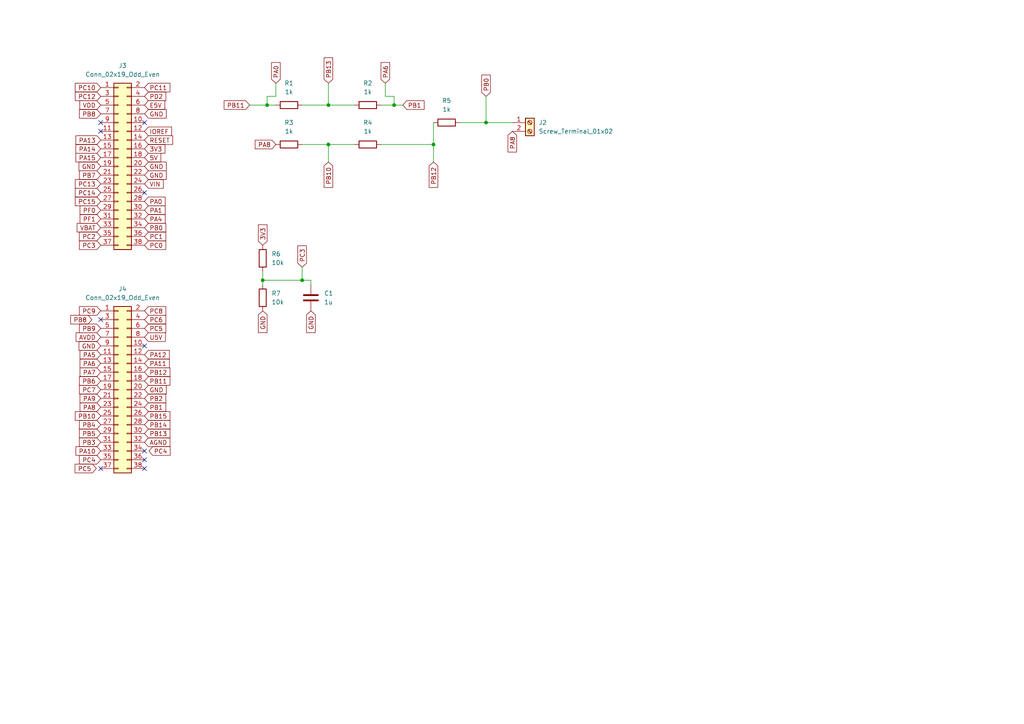
<source format=kicad_sch>
(kicad_sch (version 20231120) (generator "eeschema") (generator_version "8.0")
  (paper "A4")
  (lib_symbols
    (symbol "Connector:Screw_Terminal_01x02" (pin_names (offset 1.016) hide)
      (property "Reference" "J" (at 0 2.54 0))
      (property "Value" "Screw_Terminal_01x02" (at 0 -5.08 0))
      (symbol "Screw_Terminal_01x02_1_1"
        (rectangle (start -1.27 1.27) (end 1.27 -3.81) (stroke (width 0.254)) (fill (type background)))
        (circle (center 0 -2.54) (radius 0.635) (stroke (width 0.1524)))
        (polyline (pts (xy -0.5334 -2.2098) (xy 0.3302 -3.048)) (stroke (width 0.1524)))
        (polyline (pts (xy -0.5334 0.3302) (xy 0.3302 -0.508)) (stroke (width 0.1524)))
        (polyline (pts (xy -0.3556 -2.032) (xy 0.508 -2.8702)) (stroke (width 0.1524)))
        (polyline (pts (xy -0.3556 0.508) (xy 0.508 -0.3302)) (stroke (width 0.1524)))
        (circle (center 0 0) (radius 0.635) (stroke (width 0.1524)))
        (pin passive line (at -5.08 0 0) (length 3.81) (name "Pin_1") (number "1"))
        (pin passive line (at -5.08 -2.54 0) (length 3.81) (name "Pin_2") (number "2"))
      )
    )
    (symbol "Connector_Generic:Conn_02x19_Odd_Even" (pin_names (offset 1.016) hide)
      (property "Reference" "J" (at 1.27 25.4 0))
      (property "Value" "Conn_02x19_Odd_Even" (at 1.27 -25.4 0))
      (symbol "Conn_02x19_Odd_Even_1_1"
        (rectangle (start -1.27 -22.733) (end 0 -22.987) (stroke (width 0.1524)))
        (rectangle (start -1.27 -20.193) (end 0 -20.447) (stroke (width 0.1524)))
        (rectangle (start -1.27 -17.653) (end 0 -17.907) (stroke (width 0.1524)))
        (rectangle (start -1.27 -15.113) (end 0 -15.367) (stroke (width 0.1524)))
        (rectangle (start -1.27 -12.573) (end 0 -12.827) (stroke (width 0.1524)))
        (rectangle (start -1.27 -10.033) (end 0 -10.287) (stroke (width 0.1524)))
        (rectangle (start -1.27 -7.493) (end 0 -7.747) (stroke (width 0.1524)))
        (rectangle (start -1.27 -4.953) (end 0 -5.207) (stroke (width 0.1524)))
        (rectangle (start -1.27 -2.413) (end 0 -2.667) (stroke (width 0.1524)))
        (rectangle (start -1.27 0.127) (end 0 -0.127) (stroke (width 0.1524)))
        (rectangle (start -1.27 2.667) (end 0 2.413) (stroke (width 0.1524)))
        (rectangle (start -1.27 5.207) (end 0 4.953) (stroke (width 0.1524)))
        (rectangle (start -1.27 7.747) (end 0 7.493) (stroke (width 0.1524)))
        (rectangle (start -1.27 10.287) (end 0 10.033) (stroke (width 0.1524)))
        (rectangle (start -1.27 12.827) (end 0 12.573) (stroke (width 0.1524)))
        (rectangle (start -1.27 15.367) (end 0 15.113) (stroke (width 0.1524)))
        (rectangle (start -1.27 17.907) (end 0 17.653) (stroke (width 0.1524)))
        (rectangle (start -1.27 20.447) (end 0 20.193) (stroke (width 0.1524)))
        (rectangle (start -1.27 22.987) (end 0 22.733) (stroke (width 0.1524)))
        (rectangle (start -1.27 24.13) (end 3.81 -24.13) (stroke (width 0.254)) (fill (type background)))
        (rectangle (start 3.81 -22.733) (end 2.54 -22.987) (stroke (width 0.1524)))
        (rectangle (start 3.81 -20.193) (end 2.54 -20.447) (stroke (width 0.1524)))
        (rectangle (start 3.81 -17.653) (end 2.54 -17.907) (stroke (width 0.1524)))
        (rectangle (start 3.81 -15.113) (end 2.54 -15.367) (stroke (width 0.1524)))
        (rectangle (start 3.81 -12.573) (end 2.54 -12.827) (stroke (width 0.1524)))
        (rectangle (start 3.81 -10.033) (end 2.54 -10.287) (stroke (width 0.1524)))
        (rectangle (start 3.81 -7.493) (end 2.54 -7.747) (stroke (width 0.1524)))
        (rectangle (start 3.81 -4.953) (end 2.54 -5.207) (stroke (width 0.1524)))
        (rectangle (start 3.81 -2.413) (end 2.54 -2.667) (stroke (width 0.1524)))
        (rectangle (start 3.81 0.127) (end 2.54 -0.127) (stroke (width 0.1524)))
        (rectangle (start 3.81 2.667) (end 2.54 2.413) (stroke (width 0.1524)))
        (rectangle (start 3.81 5.207) (end 2.54 4.953) (stroke (width 0.1524)))
        (rectangle (start 3.81 7.747) (end 2.54 7.493) (stroke (width 0.1524)))
        (rectangle (start 3.81 10.287) (end 2.54 10.033) (stroke (width 0.1524)))
        (rectangle (start 3.81 12.827) (end 2.54 12.573) (stroke (width 0.1524)))
        (rectangle (start 3.81 15.367) (end 2.54 15.113) (stroke (width 0.1524)))
        (rectangle (start 3.81 17.907) (end 2.54 17.653) (stroke (width 0.1524)))
        (rectangle (start 3.81 20.447) (end 2.54 20.193) (stroke (width 0.1524)))
        (rectangle (start 3.81 22.987) (end 2.54 22.733) (stroke (width 0.1524)))
        (pin passive line (at -5.08 22.86 0) (length 3.81) (name "Pin_1") (number "1"))
        (pin passive line (at 7.62 12.7 180) (length 3.81) (name "Pin_10") (number "10"))
        (pin passive line (at -5.08 10.16 0) (length 3.81) (name "Pin_11") (number "11"))
        (pin passive line (at 7.62 10.16 180) (length 3.81) (name "Pin_12") (number "12"))
        (pin passive line (at -5.08 7.62 0) (length 3.81) (name "Pin_13") (number "13"))
        (pin passive line (at 7.62 7.62 180) (length 3.81) (name "Pin_14") (number "14"))
        (pin passive line (at -5.08 5.08 0) (length 3.81) (name "Pin_15") (number "15"))
        (pin passive line (at 7.62 5.08 180) (length 3.81) (name "Pin_16") (number "16"))
        (pin passive line (at -5.08 2.54 0) (length 3.81) (name "Pin_17") (number "17"))
        (pin passive line (at 7.62 2.54 180) (length 3.81) (name "Pin_18") (number "18"))
        (pin passive line (at -5.08 0 0) (length 3.81) (name "Pin_19") (number "19"))
        (pin passive line (at 7.62 22.86 180) (length 3.81) (name "Pin_2") (number "2"))
        (pin passive line (at 7.62 0 180) (length 3.81) (name "Pin_20") (number "20"))
        (pin passive line (at -5.08 -2.54 0) (length 3.81) (name "Pin_21") (number "21"))
        (pin passive line (at 7.62 -2.54 180) (length 3.81) (name "Pin_22") (number "22"))
        (pin passive line (at -5.08 -5.08 0) (length 3.81) (name "Pin_23") (number "23"))
        (pin passive line (at 7.62 -5.08 180) (length 3.81) (name "Pin_24") (number "24"))
        (pin passive line (at -5.08 -7.62 0) (length 3.81) (name "Pin_25") (number "25"))
        (pin passive line (at 7.62 -7.62 180) (length 3.81) (name "Pin_26") (number "26"))
        (pin passive line (at -5.08 -10.16 0) (length 3.81) (name "Pin_27") (number "27"))
        (pin passive line (at 7.62 -10.16 180) (length 3.81) (name "Pin_28") (number "28"))
        (pin passive line (at -5.08 -12.7 0) (length 3.81) (name "Pin_29") (number "29"))
        (pin passive line (at -5.08 20.32 0) (length 3.81) (name "Pin_3") (number "3"))
        (pin passive line (at 7.62 -12.7 180) (length 3.81) (name "Pin_30") (number "30"))
        (pin passive line (at -5.08 -15.24 0) (length 3.81) (name "Pin_31") (number "31"))
        (pin passive line (at 7.62 -15.24 180) (length 3.81) (name "Pin_32") (number "32"))
        (pin passive line (at -5.08 -17.78 0) (length 3.81) (name "Pin_33") (number "33"))
        (pin passive line (at 7.62 -17.78 180) (length 3.81) (name "Pin_34") (number "34"))
        (pin passive line (at -5.08 -20.32 0) (length 3.81) (name "Pin_35") (number "35"))
        (pin passive line (at 7.62 -20.32 180) (length 3.81) (name "Pin_36") (number "36"))
        (pin passive line (at -5.08 -22.86 0) (length 3.81) (name "Pin_37") (number "37"))
        (pin passive line (at 7.62 -22.86 180) (length 3.81) (name "Pin_38") (number "38"))
        (pin passive line (at 7.62 20.32 180) (length 3.81) (name "Pin_4") (number "4"))
        (pin passive line (at -5.08 17.78 0) (length 3.81) (name "Pin_5") (number "5"))
        (pin passive line (at 7.62 17.78 180) (length 3.81) (name "Pin_6") (number "6"))
        (pin passive line (at -5.08 15.24 0) (length 3.81) (name "Pin_7") (number "7"))
        (pin passive line (at 7.62 15.24 180) (length 3.81) (name "Pin_8") (number "8"))
        (pin passive line (at -5.08 12.7 0) (length 3.81) (name "Pin_9") (number "9"))
      )
    )
    (symbol "Device:C" (pin_numbers hide) (pin_names (offset 0.254))
      (property "Reference" "C" (at 0.635 2.54 0))
      (property "Value" "C" (at 0.635 -2.54 0))
      (symbol "C_0_1"
        (polyline (pts (xy -2.032 -0.762) (xy 2.032 -0.762)) (stroke (width 0.508)))
        (polyline (pts (xy -2.032 0.762) (xy 2.032 0.762)) (stroke (width 0.508)))
      )
      (symbol "C_1_1"
        (pin passive line (at 0 3.81 270) (length 2.794) (name "~") (number "1"))
        (pin passive line (at 0 -3.81 90) (length 2.794) (name "~") (number "2"))
      )
    )
    (symbol "Device:R" (pin_numbers hide) (pin_names (offset 0))
      (property "Reference" "R" (at 2.032 0 90))
      (property "Value" "R" (at 0 0 90))
      (symbol "R_0_1"
        (rectangle (start -1.016 -2.54) (end 1.016 2.54) (stroke (width 0.254)))
      )
      (symbol "R_1_1"
        (pin passive line (at 0 3.81 270) (length 1.27) (name "~") (number "1"))
        (pin passive line (at 0 -3.81 90) (length 1.27) (name "~") (number "2"))
      )
    )
  )
  (junction (at 95.25 41.91))
  (junction (at 140.97 35.56))
  (junction (at 76.2 81.28))
  (junction (at 95.25 30.48))
  (junction (at 87.63 81.28))
  (junction (at 114.3 30.48))
  (junction (at 77.47 30.48))
  (junction (at 125.73 41.91))
  (no_connect (at 29.21 92.71))
  (no_connect (at 41.91 55.88))
  (no_connect (at 41.91 135.89))
  (no_connect (at 29.21 38.1))
  (no_connect (at 29.21 35.56))
  (no_connect (at 41.91 35.56))
  (no_connect (at 29.21 135.89))
  (no_connect (at 41.91 100.33))
  (no_connect (at 41.91 133.35))
  (no_connect (at 41.91 130.81))
  (wire (pts (xy 140.97 35.56) (xy 148.59 35.56)))
  (wire (pts (xy 76.2 78.74) (xy 76.2 81.28)))
  (wire (pts (xy 80.01 24.13) (xy 80.01 27.94)))
  (wire (pts (xy 76.2 81.28) (xy 76.2 82.55)))
  (wire (pts (xy 77.47 30.48) (xy 80.01 30.48)))
  (wire (pts (xy 95.25 30.48) (xy 102.87 30.48)))
  (wire (pts (xy 116.84 30.48) (xy 114.3 30.48)))
  (wire (pts (xy 110.49 41.91) (xy 125.73 41.91)))
  (wire (pts (xy 95.25 41.91) (xy 102.87 41.91)))
  (wire (pts (xy 72.39 30.48) (xy 77.47 30.48)))
  (wire (pts (xy 95.25 41.91) (xy 95.25 46.99)))
  (wire (pts (xy 114.3 27.94) (xy 114.3 30.48)))
  (wire (pts (xy 87.63 81.28) (xy 76.2 81.28)))
  (wire (pts (xy 111.76 24.13) (xy 111.76 27.94)))
  (wire (pts (xy 114.3 30.48) (xy 110.49 30.48)))
  (wire (pts (xy 95.25 24.13) (xy 95.25 30.48)))
  (wire (pts (xy 90.17 82.55) (xy 90.17 81.28)))
  (wire (pts (xy 77.47 27.94) (xy 77.47 30.48)))
  (wire (pts (xy 87.63 41.91) (xy 95.25 41.91)))
  (wire (pts (xy 90.17 81.28) (xy 87.63 81.28)))
  (wire (pts (xy 111.76 27.94) (xy 114.3 27.94)))
  (wire (pts (xy 140.97 27.94) (xy 140.97 35.56)))
  (wire (pts (xy 125.73 41.91) (xy 125.73 46.99)))
  (wire (pts (xy 80.01 27.94) (xy 77.47 27.94)))
  (wire (pts (xy 87.63 77.47) (xy 87.63 81.28)))
  (wire (pts (xy 87.63 30.48) (xy 95.25 30.48)))
  (wire (pts (xy 125.73 41.91) (xy 125.73 35.56)))
  (wire (pts (xy 133.35 35.56) (xy 140.97 35.56)))
  (global_label "E5V" (shape input) (at 41.91 30.48 0) (property "Intersheetrefs" "${INTERSHEET_REFS}" (effects (hide yes))))
  (global_label "PC7" (shape input) (at 29.21 113.03 180) (property "Intersheetrefs" "${INTERSHEET_REFS}" (effects (hide yes))))
  (global_label "GND" (shape input) (at 41.91 33.02 0) (property "Intersheetrefs" "${INTERSHEET_REFS}" (effects (hide yes))))
  (global_label "PC3" (shape input) (at 87.63 77.47 90) (property "Intersheetrefs" "${INTERSHEET_REFS}" (effects (hide yes))))
  (global_label "PC9" (shape input) (at 29.21 90.17 180) (property "Intersheetrefs" "${INTERSHEET_REFS}" (effects (hide yes))))
  (global_label "PC5" (shape input) (at 41.91 95.25 0) (property "Intersheetrefs" "${INTERSHEET_REFS}" (effects (hide yes))))
  (global_label "PB15" (shape input) (at 41.91 120.65 0) (property "Intersheetrefs" "${INTERSHEET_REFS}" (effects (hide yes))))
  (global_label "PC8" (shape input) (at 41.91 90.17 0) (property "Intersheetrefs" "${INTERSHEET_REFS}" (effects (hide yes))))
  (global_label "PB4" (shape input) (at 29.21 123.19 180) (property "Intersheetrefs" "${INTERSHEET_REFS}" (effects (hide yes))))
  (global_label "PC1" (shape input) (at 41.91 68.58 0) (property "Intersheetrefs" "${INTERSHEET_REFS}" (effects (hide yes))))
  (global_label "PC11" (shape input) (at 41.91 25.4 0) (property "Intersheetrefs" "${INTERSHEET_REFS}" (effects (hide yes))))
  (global_label "PB13" (shape input) (at 41.91 125.73 0) (property "Intersheetrefs" "${INTERSHEET_REFS}" (effects (hide yes))))
  (global_label "VIN" (shape input) (at 41.91 53.34 0) (property "Intersheetrefs" "${INTERSHEET_REFS}" (effects (hide yes))))
  (global_label "PA9" (shape input) (at 29.21 115.57 180) (property "Intersheetrefs" "${INTERSHEET_REFS}" (effects (hide yes))))
  (global_label "PF1" (shape input) (at 29.21 63.5 180) (property "Intersheetrefs" "${INTERSHEET_REFS}" (effects (hide yes))))
  (global_label "PB12" (shape input) (at 41.91 107.95 0) (property "Intersheetrefs" "${INTERSHEET_REFS}" (effects (hide yes))))
  (global_label "PA8" (shape input) (at 80.01 41.91 180) (property "Intersheetrefs" "${INTERSHEET_REFS}" (effects (hide yes))))
  (global_label "PB8" (shape input) (at 26.67 92.71 180) (property "Intersheetrefs" "${INTERSHEET_REFS}" (effects (hide yes))))
  (global_label "PB1" (shape input) (at 41.91 118.11 0) (property "Intersheetrefs" "${INTERSHEET_REFS}" (effects (hide yes))))
  (global_label "IOREF" (shape input) (at 41.91 38.1 0) (property "Intersheetrefs" "${INTERSHEET_REFS}" (effects (hide yes))))
  (global_label "PD2" (shape input) (at 41.91 27.94 0) (property "Intersheetrefs" "${INTERSHEET_REFS}" (effects (hide yes))))
  (global_label "PA8" (shape input) (at 29.21 118.11 180) (property "Intersheetrefs" "${INTERSHEET_REFS}" (effects (hide yes))))
  (global_label "PA0" (shape input) (at 41.91 58.42 0) (property "Intersheetrefs" "${INTERSHEET_REFS}" (effects (hide yes))))
  (global_label "PC12" (shape input) (at 29.21 27.94 180) (property "Intersheetrefs" "${INTERSHEET_REFS}" (effects (hide yes))))
  (global_label "PC15" (shape input) (at 29.21 58.42 180) (property "Intersheetrefs" "${INTERSHEET_REFS}" (effects (hide yes))))
  (global_label "PB10" (shape input) (at 29.21 120.65 180) (property "Intersheetrefs" "${INTERSHEET_REFS}" (effects (hide yes))))
  (global_label "PA12" (shape input) (at 41.91 102.87 0) (property "Intersheetrefs" "${INTERSHEET_REFS}" (effects (hide yes))))
  (global_label "AGND" (shape input) (at 41.91 128.27 0) (property "Intersheetrefs" "${INTERSHEET_REFS}" (effects (hide yes))))
  (global_label "VDD" (shape input) (at 29.21 30.48 180) (property "Intersheetrefs" "${INTERSHEET_REFS}" (effects (hide yes))))
  (global_label "PB6" (shape input) (at 29.21 110.49 180) (property "Intersheetrefs" "${INTERSHEET_REFS}" (effects (hide yes))))
  (global_label "GND" (shape input) (at 76.2 90.17 270) (property "Intersheetrefs" "${INTERSHEET_REFS}" (effects (hide yes))))
  (global_label "GND" (shape input) (at 41.91 50.8 0) (property "Intersheetrefs" "${INTERSHEET_REFS}" (effects (hide yes))))
  (global_label "PB11" (shape input) (at 72.39 30.48 180) (property "Intersheetrefs" "${INTERSHEET_REFS}" (effects (hide yes))))
  (global_label "PB0" (shape input) (at 140.97 27.94 90) (property "Intersheetrefs" "${INTERSHEET_REFS}" (effects (hide yes))))
  (global_label "PB3" (shape input) (at 29.21 128.27 180) (property "Intersheetrefs" "${INTERSHEET_REFS}" (effects (hide yes))))
  (global_label "PC4" (shape input) (at 43.18 130.81 0) (property "Intersheetrefs" "${INTERSHEET_REFS}" (effects (hide yes))))
  (global_label "PC14" (shape input) (at 29.21 55.88 180) (property "Intersheetrefs" "${INTERSHEET_REFS}" (effects (hide yes))))
  (global_label "PA10" (shape input) (at 29.21 130.81 180) (property "Intersheetrefs" "${INTERSHEET_REFS}" (effects (hide yes))))
  (global_label "PA8" (shape input) (at 148.59 38.1 270) (property "Intersheetrefs" "${INTERSHEET_REFS}" (effects (hide yes))))
  (global_label "PB13" (shape input) (at 95.25 24.13 90) (property "Intersheetrefs" "${INTERSHEET_REFS}" (effects (hide yes))))
  (global_label "PA11" (shape input) (at 41.91 105.41 0) (property "Intersheetrefs" "${INTERSHEET_REFS}" (effects (hide yes))))
  (global_label "PB5" (shape input) (at 29.21 125.73 180) (property "Intersheetrefs" "${INTERSHEET_REFS}" (effects (hide yes))))
  (global_label "PB8" (shape input) (at 29.21 33.02 180) (property "Intersheetrefs" "${INTERSHEET_REFS}" (effects (hide yes))))
  (global_label "PA5" (shape input) (at 29.21 102.87 180) (property "Intersheetrefs" "${INTERSHEET_REFS}" (effects (hide yes))))
  (global_label "GND" (shape input) (at 41.91 113.03 0) (property "Intersheetrefs" "${INTERSHEET_REFS}" (effects (hide yes))))
  (global_label "PB2" (shape input) (at 41.91 115.57 0) (property "Intersheetrefs" "${INTERSHEET_REFS}" (effects (hide yes))))
  (global_label "3V3" (shape input) (at 76.2 71.12 90) (property "Intersheetrefs" "${INTERSHEET_REFS}" (effects (hide yes))))
  (global_label "PB0" (shape input) (at 41.91 66.04 0) (property "Intersheetrefs" "${INTERSHEET_REFS}" (effects (hide yes))))
  (global_label "PB12" (shape input) (at 125.73 46.99 270) (property "Intersheetrefs" "${INTERSHEET_REFS}" (effects (hide yes))))
  (global_label "PA6" (shape input) (at 111.76 24.13 90) (property "Intersheetrefs" "${INTERSHEET_REFS}" (effects (hide yes))))
  (global_label "5V" (shape input) (at 41.91 45.72 0) (property "Intersheetrefs" "${INTERSHEET_REFS}" (effects (hide yes))))
  (global_label "GND" (shape input) (at 29.21 48.26 180) (property "Intersheetrefs" "${INTERSHEET_REFS}" (effects (hide yes))))
  (global_label "VBAT" (shape input) (at 29.21 66.04 180) (property "Intersheetrefs" "${INTERSHEET_REFS}" (effects (hide yes))))
  (global_label "U5V" (shape input) (at 41.91 97.79 0) (property "Intersheetrefs" "${INTERSHEET_REFS}" (effects (hide yes))))
  (global_label "PA0" (shape input) (at 80.01 24.13 90) (property "Intersheetrefs" "${INTERSHEET_REFS}" (effects (hide yes))))
  (global_label "PC6" (shape input) (at 41.91 92.71 0) (property "Intersheetrefs" "${INTERSHEET_REFS}" (effects (hide yes))))
  (global_label "PC0" (shape input) (at 41.91 71.12 0) (property "Intersheetrefs" "${INTERSHEET_REFS}" (effects (hide yes))))
  (global_label "3V3" (shape input) (at 41.91 43.18 0) (property "Intersheetrefs" "${INTERSHEET_REFS}" (effects (hide yes))))
  (global_label "PA14" (shape input) (at 29.21 43.18 180) (property "Intersheetrefs" "${INTERSHEET_REFS}" (effects (hide yes))))
  (global_label "PB9" (shape input) (at 29.21 95.25 180) (property "Intersheetrefs" "${INTERSHEET_REFS}" (effects (hide yes))))
  (global_label "PB10" (shape input) (at 95.25 46.99 270) (property "Intersheetrefs" "${INTERSHEET_REFS}" (effects (hide yes))))
  (global_label "PC13" (shape input) (at 29.21 53.34 180) (property "Intersheetrefs" "${INTERSHEET_REFS}" (effects (hide yes))))
  (global_label "PC5" (shape input) (at 27.94 135.89 180) (property "Intersheetrefs" "${INTERSHEET_REFS}" (effects (hide yes))))
  (global_label "PC4" (shape input) (at 29.21 133.35 180) (property "Intersheetrefs" "${INTERSHEET_REFS}" (effects (hide yes))))
  (global_label "AVDD" (shape input) (at 29.21 97.79 180) (property "Intersheetrefs" "${INTERSHEET_REFS}" (effects (hide yes))))
  (global_label "PB7" (shape input) (at 29.21 50.8 180) (property "Intersheetrefs" "${INTERSHEET_REFS}" (effects (hide yes))))
  (global_label "PA13" (shape input) (at 29.21 40.64 180) (property "Intersheetrefs" "${INTERSHEET_REFS}" (effects (hide yes))))
  (global_label "GND" (shape input) (at 29.21 100.33 180) (property "Intersheetrefs" "${INTERSHEET_REFS}" (effects (hide yes))))
  (global_label "PB1" (shape input) (at 116.84 30.48 0) (property "Intersheetrefs" "${INTERSHEET_REFS}" (effects (hide yes))))
  (global_label "PA15" (shape input) (at 29.21 45.72 180) (property "Intersheetrefs" "${INTERSHEET_REFS}" (effects (hide yes))))
  (global_label "PA6" (shape input) (at 29.21 105.41 180) (property "Intersheetrefs" "${INTERSHEET_REFS}" (effects (hide yes))))
  (global_label "PA1" (shape input) (at 41.91 60.96 0) (property "Intersheetrefs" "${INTERSHEET_REFS}" (effects (hide yes))))
  (global_label "PA7" (shape input) (at 29.21 107.95 180) (property "Intersheetrefs" "${INTERSHEET_REFS}" (effects (hide yes))))
  (global_label "RESET" (shape input) (at 41.91 40.64 0) (property "Intersheetrefs" "${INTERSHEET_REFS}" (effects (hide yes))))
  (global_label "GND" (shape input) (at 41.91 48.26 0) (property "Intersheetrefs" "${INTERSHEET_REFS}" (effects (hide yes))))
  (global_label "PA4" (shape input) (at 41.91 63.5 0) (property "Intersheetrefs" "${INTERSHEET_REFS}" (effects (hide yes))))
  (global_label "PC3" (shape input) (at 29.21 71.12 180) (property "Intersheetrefs" "${INTERSHEET_REFS}" (effects (hide yes))))
  (global_label "GND" (shape input) (at 90.17 90.17 270) (property "Intersheetrefs" "${INTERSHEET_REFS}" (effects (hide yes))))
  (global_label "PB11" (shape input) (at 41.91 110.49 0) (property "Intersheetrefs" "${INTERSHEET_REFS}" (effects (hide yes))))
  (global_label "PC10" (shape input) (at 29.21 25.4 180) (property "Intersheetrefs" "${INTERSHEET_REFS}" (effects (hide yes))))
  (global_label "PC2" (shape input) (at 29.21 68.58 180) (property "Intersheetrefs" "${INTERSHEET_REFS}" (effects (hide yes))))
  (global_label "PB14" (shape input) (at 41.91 123.19 0) (property "Intersheetrefs" "${INTERSHEET_REFS}" (effects (hide yes))))
  (global_label "PF0" (shape input) (at 29.21 60.96 180) (property "Intersheetrefs" "${INTERSHEET_REFS}" (effects (hide yes))))
  (symbol (lib_id "Device:R") (at 106.68 30.48 90) (unit 1)
    (property "Reference" "R2" (at 106.68 24.13 90))
    (property "Value" "1k" (at 106.68 26.67 90))
    (property "Footprint" "Resistor_SMD:R_1206_3216Metric" (effects (hide yes)))
    (property "Description" "Resistor" (effects (hide yes)))
  )
  (symbol (lib_id "Device:C") (at 90.17 86.36 0) (unit 1)
    (property "Reference" "C1" (at 93.98 85.0899 0) (effects (justify left)))
    (property "Value" "1u" (at 93.98 87.6299 0) (effects (justify left)))
    (property "Footprint" "Capacitor_SMD:C_1206_3216Metric" (effects (hide yes)))
    (property "Description" "Unpolarized capacitor" (effects (hide yes)))
  )
  (symbol (lib_id "Device:R") (at 83.82 30.48 90) (unit 1)
    (property "Reference" "R1" (at 83.82 24.13 90))
    (property "Value" "1k" (at 83.82 26.67 90))
    (property "Footprint" "Resistor_SMD:R_1206_3216Metric" (effects (hide yes)))
    (property "Description" "Resistor" (effects (hide yes)))
  )
  (symbol (lib_id "Connector_Generic:Conn_02x19_Odd_Even") (at 34.29 48.26 0) (unit 1)
    (property "Reference" "J3" (at 35.56 19.05 0))
    (property "Value" "Conn_02x19_Odd_Even" (at 35.56 21.59 0))
    (property "Footprint" "Connector_PinHeader_2.54mm:PinHeader_2x19_P2.54mm_Vertical" (effects (hide yes)))
    (property "Description" "Generic connector, double row, 02x19, odd/even pin numbering scheme (row 1 odd numbers, row 2 even numbers), script generated (kicad-library-utils/schlib/autogen/connector/)" (effects (hide yes)))
  )
  (symbol (lib_id "Device:R") (at 106.68 41.91 90) (unit 1)
    (property "Reference" "R4" (at 106.68 35.56 90))
    (property "Value" "1k" (at 106.68 38.1 90))
    (property "Footprint" "Resistor_SMD:R_1206_3216Metric" (effects (hide yes)))
    (property "Description" "Resistor" (effects (hide yes)))
  )
  (symbol (lib_id "Device:R") (at 76.2 74.93 0) (unit 1)
    (property "Reference" "R6" (at 78.74 73.6599 0) (effects (justify left)))
    (property "Value" "10k" (at 78.74 76.1999 0) (effects (justify left)))
    (property "Footprint" "Resistor_SMD:R_1206_3216Metric" (effects (hide yes)))
    (property "Description" "Resistor" (effects (hide yes)))
  )
  (symbol (lib_id "Device:R") (at 76.2 86.36 180) (unit 1)
    (property "Reference" "R7" (at 78.74 85.0899 0) (effects (justify right)))
    (property "Value" "10k" (at 78.74 87.6299 0) (effects (justify right)))
    (property "Footprint" "Resistor_SMD:R_1206_3216Metric" (effects (hide yes)))
    (property "Description" "Resistor" (effects (hide yes)))
  )
  (symbol (lib_id "Connector:Screw_Terminal_01x02") (at 153.67 35.56 0) (unit 1)
    (property "Reference" "J2" (at 156.21 35.5599 0) (effects (justify left)))
    (property "Value" "Screw_Terminal_01x02" (at 156.21 38.0999 0) (effects (justify left)))
    (property "Footprint" "TerminalBlock_Phoenix:TerminalBlock_Phoenix_MKDS-1,5-2-5.08_1x02_P5.08mm_Horizontal" (effects (hide yes)))
    (property "Description" "Generic screw terminal, single row, 01x02, script generated (kicad-library-utils/schlib/autogen/connector/)" (effects (hide yes)))
  )
  (symbol (lib_id "Device:R") (at 83.82 41.91 90) (unit 1)
    (property "Reference" "R3" (at 83.82 35.56 90))
    (property "Value" "1k" (at 83.82 38.1 90))
    (property "Footprint" "Resistor_SMD:R_1206_3216Metric" (effects (hide yes)))
    (property "Description" "Resistor" (effects (hide yes)))
  )
  (symbol (lib_id "Connector_Generic:Conn_02x19_Odd_Even") (at 34.29 113.03 0) (unit 1)
    (property "Reference" "J4" (at 35.56 83.82 0))
    (property "Value" "Conn_02x19_Odd_Even" (at 35.56 86.36 0))
    (property "Footprint" "Connector_PinHeader_2.54mm:PinHeader_2x19_P2.54mm_Vertical" (effects (hide yes)))
    (property "Description" "Generic connector, double row, 02x19, odd/even pin numbering scheme (row 1 odd numbers, row 2 even numbers), script generated (kicad-library-utils/schlib/autogen/connector/)" (effects (hide yes)))
  )
  (symbol (lib_id "Device:R") (at 129.54 35.56 90) (unit 1)
    (property "Reference" "R5" (at 129.54 29.21 90))
    (property "Value" "1k" (at 129.54 31.75 90))
    (property "Footprint" "Resistor_SMD:R_1206_3216Metric" (effects (hide yes)))
    (property "Description" "Resistor" (effects (hide yes)))
  )
)
</source>
